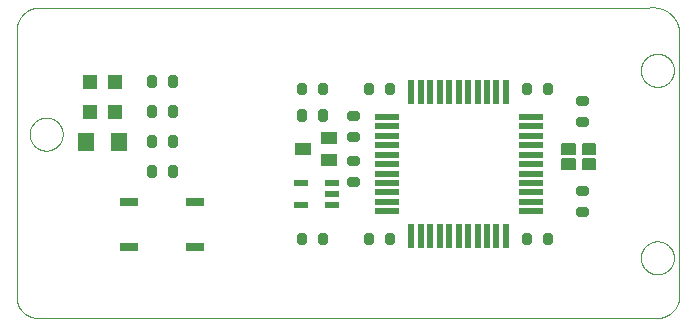
<source format=gtp>
G75*
%MOIN*%
%OFA0B0*%
%FSLAX25Y25*%
%IPPOS*%
%LPD*%
%AMOC8*
5,1,8,0,0,1.08239X$1,22.5*
%
%ADD10C,0.00039*%
%ADD11C,0.00000*%
%ADD12R,0.08268X0.01969*%
%ADD13R,0.01969X0.08268*%
%ADD14C,0.02830*%
%ADD15R,0.04724X0.04724*%
%ADD16R,0.06000X0.03000*%
%ADD17R,0.04724X0.02165*%
%ADD18R,0.05512X0.06299*%
%ADD19C,0.00591*%
%ADD20R,0.05512X0.03937*%
D10*
X0008864Y0047693D02*
X0213274Y0047693D01*
X0213458Y0047665D01*
X0213643Y0047641D01*
X0213828Y0047622D01*
X0214014Y0047608D01*
X0214200Y0047598D01*
X0214386Y0047592D01*
X0214573Y0047591D01*
X0214759Y0047595D01*
X0214945Y0047603D01*
X0215131Y0047615D01*
X0215317Y0047632D01*
X0215502Y0047653D01*
X0215686Y0047679D01*
X0215870Y0047709D01*
X0216053Y0047744D01*
X0216235Y0047783D01*
X0216416Y0047827D01*
X0216596Y0047875D01*
X0216775Y0047927D01*
X0216953Y0047984D01*
X0217129Y0048044D01*
X0217304Y0048109D01*
X0217476Y0048179D01*
X0217648Y0048252D01*
X0217817Y0048330D01*
X0217985Y0048411D01*
X0218150Y0048497D01*
X0218313Y0048587D01*
X0218475Y0048680D01*
X0218633Y0048777D01*
X0218790Y0048879D01*
X0218944Y0048984D01*
X0219095Y0049092D01*
X0219244Y0049205D01*
X0219390Y0049320D01*
X0219533Y0049440D01*
X0219673Y0049562D01*
X0219810Y0049689D01*
X0219944Y0049818D01*
X0220075Y0049950D01*
X0220203Y0050086D01*
X0220327Y0050225D01*
X0220448Y0050367D01*
X0220566Y0050511D01*
X0220680Y0050659D01*
X0220790Y0050809D01*
X0220897Y0050961D01*
X0221000Y0051117D01*
X0221099Y0051274D01*
X0221194Y0051434D01*
X0221286Y0051597D01*
X0221373Y0051761D01*
X0221457Y0051928D01*
X0221536Y0052096D01*
X0221612Y0052267D01*
X0221683Y0052439D01*
X0221750Y0052613D01*
X0221813Y0052788D01*
X0221872Y0052965D01*
X0221926Y0053143D01*
X0221976Y0053323D01*
X0222021Y0053503D01*
X0222063Y0053685D01*
X0222100Y0053868D01*
X0222132Y0054051D01*
X0222132Y0143510D01*
X0222099Y0143724D01*
X0222062Y0143937D01*
X0222018Y0144148D01*
X0221970Y0144359D01*
X0221917Y0144569D01*
X0221859Y0144777D01*
X0221795Y0144984D01*
X0221727Y0145189D01*
X0221654Y0145392D01*
X0221576Y0145594D01*
X0221493Y0145793D01*
X0221405Y0145991D01*
X0221312Y0146186D01*
X0221215Y0146379D01*
X0221113Y0146570D01*
X0221007Y0146758D01*
X0220896Y0146944D01*
X0220781Y0147126D01*
X0220661Y0147306D01*
X0220537Y0147483D01*
X0220408Y0147657D01*
X0220276Y0147828D01*
X0220139Y0147996D01*
X0219999Y0148160D01*
X0219854Y0148321D01*
X0219706Y0148478D01*
X0219554Y0148632D01*
X0219398Y0148781D01*
X0219238Y0148928D01*
X0219076Y0149070D01*
X0218909Y0149208D01*
X0218740Y0149342D01*
X0218567Y0149472D01*
X0218391Y0149598D01*
X0218212Y0149719D01*
X0218031Y0149837D01*
X0217846Y0149949D01*
X0217659Y0150058D01*
X0217469Y0150161D01*
X0217277Y0150260D01*
X0217083Y0150355D01*
X0216886Y0150444D01*
X0216687Y0150529D01*
X0216487Y0150609D01*
X0216284Y0150684D01*
X0216079Y0150755D01*
X0215873Y0150820D01*
X0215666Y0150880D01*
X0215457Y0150936D01*
X0215246Y0150986D01*
X0215035Y0151031D01*
X0214823Y0151071D01*
X0214609Y0151106D01*
X0214395Y0151135D01*
X0214180Y0151160D01*
X0213965Y0151179D01*
X0213749Y0151193D01*
X0213533Y0151202D01*
X0213317Y0151206D01*
X0213101Y0151204D01*
X0212885Y0151198D01*
X0212669Y0151186D01*
X0212453Y0151168D01*
X0212238Y0151146D01*
X0212024Y0151118D01*
X0008864Y0151118D01*
X0008680Y0151116D01*
X0008496Y0151109D01*
X0008313Y0151098D01*
X0008130Y0151082D01*
X0007947Y0151063D01*
X0007765Y0151038D01*
X0007583Y0151009D01*
X0007402Y0150976D01*
X0007222Y0150939D01*
X0007043Y0150897D01*
X0006865Y0150851D01*
X0006689Y0150800D01*
X0006513Y0150746D01*
X0006339Y0150687D01*
X0006166Y0150624D01*
X0005995Y0150556D01*
X0005826Y0150485D01*
X0005658Y0150410D01*
X0005492Y0150330D01*
X0005328Y0150247D01*
X0005167Y0150159D01*
X0005007Y0150068D01*
X0004850Y0149973D01*
X0004695Y0149874D01*
X0004542Y0149771D01*
X0004392Y0149665D01*
X0004245Y0149555D01*
X0004100Y0149442D01*
X0003958Y0149325D01*
X0003819Y0149205D01*
X0003683Y0149081D01*
X0003550Y0148954D01*
X0003420Y0148824D01*
X0003293Y0148691D01*
X0003169Y0148555D01*
X0003049Y0148416D01*
X0002932Y0148274D01*
X0002819Y0148129D01*
X0002709Y0147982D01*
X0002603Y0147832D01*
X0002500Y0147679D01*
X0002401Y0147524D01*
X0002306Y0147367D01*
X0002215Y0147207D01*
X0002127Y0147046D01*
X0002044Y0146882D01*
X0001964Y0146716D01*
X0001889Y0146548D01*
X0001818Y0146379D01*
X0001750Y0146208D01*
X0001687Y0146035D01*
X0001628Y0145861D01*
X0001574Y0145685D01*
X0001523Y0145509D01*
X0001477Y0145331D01*
X0001435Y0145152D01*
X0001398Y0144972D01*
X0001365Y0144791D01*
X0001336Y0144609D01*
X0001311Y0144427D01*
X0001292Y0144244D01*
X0001276Y0144061D01*
X0001265Y0143878D01*
X0001258Y0143694D01*
X0001256Y0143510D01*
X0001256Y0054051D01*
X0001273Y0053880D01*
X0001295Y0053709D01*
X0001321Y0053539D01*
X0001351Y0053370D01*
X0001385Y0053201D01*
X0001423Y0053033D01*
X0001466Y0052866D01*
X0001512Y0052701D01*
X0001563Y0052536D01*
X0001617Y0052373D01*
X0001676Y0052211D01*
X0001738Y0052051D01*
X0001804Y0051892D01*
X0001875Y0051735D01*
X0001949Y0051580D01*
X0002027Y0051426D01*
X0002108Y0051275D01*
X0002194Y0051125D01*
X0002283Y0050978D01*
X0002375Y0050833D01*
X0002471Y0050690D01*
X0002571Y0050550D01*
X0002674Y0050412D01*
X0002780Y0050277D01*
X0002890Y0050144D01*
X0003002Y0050014D01*
X0003118Y0049887D01*
X0003237Y0049763D01*
X0003360Y0049642D01*
X0003485Y0049523D01*
X0003612Y0049408D01*
X0003743Y0049296D01*
X0003877Y0049188D01*
X0004013Y0049082D01*
X0004151Y0048980D01*
X0004292Y0048882D01*
X0004435Y0048786D01*
X0004581Y0048695D01*
X0004729Y0048607D01*
X0004879Y0048523D01*
X0005031Y0048442D01*
X0005185Y0048365D01*
X0005341Y0048292D01*
X0005498Y0048223D01*
X0005658Y0048158D01*
X0005818Y0048096D01*
X0005981Y0048039D01*
X0006144Y0047985D01*
X0006309Y0047936D01*
X0006475Y0047891D01*
X0006642Y0047849D01*
X0006810Y0047812D01*
X0006979Y0047779D01*
X0007149Y0047750D01*
X0007319Y0047726D01*
X0007490Y0047705D01*
X0007661Y0047689D01*
X0007833Y0047677D01*
X0008004Y0047669D01*
X0008177Y0047665D01*
X0008349Y0047666D01*
X0008521Y0047671D01*
X0008692Y0047680D01*
X0008864Y0047693D01*
D11*
X0005588Y0108933D02*
X0005590Y0109081D01*
X0005596Y0109229D01*
X0005606Y0109377D01*
X0005620Y0109524D01*
X0005638Y0109671D01*
X0005659Y0109817D01*
X0005685Y0109963D01*
X0005715Y0110108D01*
X0005748Y0110252D01*
X0005786Y0110395D01*
X0005827Y0110537D01*
X0005872Y0110678D01*
X0005920Y0110818D01*
X0005973Y0110957D01*
X0006029Y0111094D01*
X0006089Y0111229D01*
X0006152Y0111363D01*
X0006219Y0111495D01*
X0006290Y0111625D01*
X0006364Y0111753D01*
X0006441Y0111879D01*
X0006522Y0112003D01*
X0006606Y0112125D01*
X0006693Y0112244D01*
X0006784Y0112361D01*
X0006878Y0112476D01*
X0006974Y0112588D01*
X0007074Y0112698D01*
X0007176Y0112804D01*
X0007282Y0112908D01*
X0007390Y0113009D01*
X0007501Y0113107D01*
X0007614Y0113203D01*
X0007730Y0113295D01*
X0007848Y0113384D01*
X0007969Y0113469D01*
X0008092Y0113552D01*
X0008217Y0113631D01*
X0008344Y0113707D01*
X0008473Y0113779D01*
X0008604Y0113848D01*
X0008737Y0113913D01*
X0008872Y0113974D01*
X0009008Y0114032D01*
X0009145Y0114087D01*
X0009284Y0114137D01*
X0009425Y0114184D01*
X0009566Y0114227D01*
X0009709Y0114267D01*
X0009853Y0114302D01*
X0009997Y0114334D01*
X0010143Y0114361D01*
X0010289Y0114385D01*
X0010436Y0114405D01*
X0010583Y0114421D01*
X0010730Y0114433D01*
X0010878Y0114441D01*
X0011026Y0114445D01*
X0011174Y0114445D01*
X0011322Y0114441D01*
X0011470Y0114433D01*
X0011617Y0114421D01*
X0011764Y0114405D01*
X0011911Y0114385D01*
X0012057Y0114361D01*
X0012203Y0114334D01*
X0012347Y0114302D01*
X0012491Y0114267D01*
X0012634Y0114227D01*
X0012775Y0114184D01*
X0012916Y0114137D01*
X0013055Y0114087D01*
X0013192Y0114032D01*
X0013328Y0113974D01*
X0013463Y0113913D01*
X0013596Y0113848D01*
X0013727Y0113779D01*
X0013856Y0113707D01*
X0013983Y0113631D01*
X0014108Y0113552D01*
X0014231Y0113469D01*
X0014352Y0113384D01*
X0014470Y0113295D01*
X0014586Y0113203D01*
X0014699Y0113107D01*
X0014810Y0113009D01*
X0014918Y0112908D01*
X0015024Y0112804D01*
X0015126Y0112698D01*
X0015226Y0112588D01*
X0015322Y0112476D01*
X0015416Y0112361D01*
X0015507Y0112244D01*
X0015594Y0112125D01*
X0015678Y0112003D01*
X0015759Y0111879D01*
X0015836Y0111753D01*
X0015910Y0111625D01*
X0015981Y0111495D01*
X0016048Y0111363D01*
X0016111Y0111229D01*
X0016171Y0111094D01*
X0016227Y0110957D01*
X0016280Y0110818D01*
X0016328Y0110678D01*
X0016373Y0110537D01*
X0016414Y0110395D01*
X0016452Y0110252D01*
X0016485Y0110108D01*
X0016515Y0109963D01*
X0016541Y0109817D01*
X0016562Y0109671D01*
X0016580Y0109524D01*
X0016594Y0109377D01*
X0016604Y0109229D01*
X0016610Y0109081D01*
X0016612Y0108933D01*
X0016610Y0108785D01*
X0016604Y0108637D01*
X0016594Y0108489D01*
X0016580Y0108342D01*
X0016562Y0108195D01*
X0016541Y0108049D01*
X0016515Y0107903D01*
X0016485Y0107758D01*
X0016452Y0107614D01*
X0016414Y0107471D01*
X0016373Y0107329D01*
X0016328Y0107188D01*
X0016280Y0107048D01*
X0016227Y0106909D01*
X0016171Y0106772D01*
X0016111Y0106637D01*
X0016048Y0106503D01*
X0015981Y0106371D01*
X0015910Y0106241D01*
X0015836Y0106113D01*
X0015759Y0105987D01*
X0015678Y0105863D01*
X0015594Y0105741D01*
X0015507Y0105622D01*
X0015416Y0105505D01*
X0015322Y0105390D01*
X0015226Y0105278D01*
X0015126Y0105168D01*
X0015024Y0105062D01*
X0014918Y0104958D01*
X0014810Y0104857D01*
X0014699Y0104759D01*
X0014586Y0104663D01*
X0014470Y0104571D01*
X0014352Y0104482D01*
X0014231Y0104397D01*
X0014108Y0104314D01*
X0013983Y0104235D01*
X0013856Y0104159D01*
X0013727Y0104087D01*
X0013596Y0104018D01*
X0013463Y0103953D01*
X0013328Y0103892D01*
X0013192Y0103834D01*
X0013055Y0103779D01*
X0012916Y0103729D01*
X0012775Y0103682D01*
X0012634Y0103639D01*
X0012491Y0103599D01*
X0012347Y0103564D01*
X0012203Y0103532D01*
X0012057Y0103505D01*
X0011911Y0103481D01*
X0011764Y0103461D01*
X0011617Y0103445D01*
X0011470Y0103433D01*
X0011322Y0103425D01*
X0011174Y0103421D01*
X0011026Y0103421D01*
X0010878Y0103425D01*
X0010730Y0103433D01*
X0010583Y0103445D01*
X0010436Y0103461D01*
X0010289Y0103481D01*
X0010143Y0103505D01*
X0009997Y0103532D01*
X0009853Y0103564D01*
X0009709Y0103599D01*
X0009566Y0103639D01*
X0009425Y0103682D01*
X0009284Y0103729D01*
X0009145Y0103779D01*
X0009008Y0103834D01*
X0008872Y0103892D01*
X0008737Y0103953D01*
X0008604Y0104018D01*
X0008473Y0104087D01*
X0008344Y0104159D01*
X0008217Y0104235D01*
X0008092Y0104314D01*
X0007969Y0104397D01*
X0007848Y0104482D01*
X0007730Y0104571D01*
X0007614Y0104663D01*
X0007501Y0104759D01*
X0007390Y0104857D01*
X0007282Y0104958D01*
X0007176Y0105062D01*
X0007074Y0105168D01*
X0006974Y0105278D01*
X0006878Y0105390D01*
X0006784Y0105505D01*
X0006693Y0105622D01*
X0006606Y0105741D01*
X0006522Y0105863D01*
X0006441Y0105987D01*
X0006364Y0106113D01*
X0006290Y0106241D01*
X0006219Y0106371D01*
X0006152Y0106503D01*
X0006089Y0106637D01*
X0006029Y0106772D01*
X0005973Y0106909D01*
X0005920Y0107048D01*
X0005872Y0107188D01*
X0005827Y0107329D01*
X0005786Y0107471D01*
X0005748Y0107614D01*
X0005715Y0107758D01*
X0005685Y0107903D01*
X0005659Y0108049D01*
X0005638Y0108195D01*
X0005620Y0108342D01*
X0005606Y0108489D01*
X0005596Y0108637D01*
X0005590Y0108785D01*
X0005588Y0108933D01*
X0209338Y0130183D02*
X0209340Y0130331D01*
X0209346Y0130479D01*
X0209356Y0130627D01*
X0209370Y0130774D01*
X0209388Y0130921D01*
X0209409Y0131067D01*
X0209435Y0131213D01*
X0209465Y0131358D01*
X0209498Y0131502D01*
X0209536Y0131645D01*
X0209577Y0131787D01*
X0209622Y0131928D01*
X0209670Y0132068D01*
X0209723Y0132207D01*
X0209779Y0132344D01*
X0209839Y0132479D01*
X0209902Y0132613D01*
X0209969Y0132745D01*
X0210040Y0132875D01*
X0210114Y0133003D01*
X0210191Y0133129D01*
X0210272Y0133253D01*
X0210356Y0133375D01*
X0210443Y0133494D01*
X0210534Y0133611D01*
X0210628Y0133726D01*
X0210724Y0133838D01*
X0210824Y0133948D01*
X0210926Y0134054D01*
X0211032Y0134158D01*
X0211140Y0134259D01*
X0211251Y0134357D01*
X0211364Y0134453D01*
X0211480Y0134545D01*
X0211598Y0134634D01*
X0211719Y0134719D01*
X0211842Y0134802D01*
X0211967Y0134881D01*
X0212094Y0134957D01*
X0212223Y0135029D01*
X0212354Y0135098D01*
X0212487Y0135163D01*
X0212622Y0135224D01*
X0212758Y0135282D01*
X0212895Y0135337D01*
X0213034Y0135387D01*
X0213175Y0135434D01*
X0213316Y0135477D01*
X0213459Y0135517D01*
X0213603Y0135552D01*
X0213747Y0135584D01*
X0213893Y0135611D01*
X0214039Y0135635D01*
X0214186Y0135655D01*
X0214333Y0135671D01*
X0214480Y0135683D01*
X0214628Y0135691D01*
X0214776Y0135695D01*
X0214924Y0135695D01*
X0215072Y0135691D01*
X0215220Y0135683D01*
X0215367Y0135671D01*
X0215514Y0135655D01*
X0215661Y0135635D01*
X0215807Y0135611D01*
X0215953Y0135584D01*
X0216097Y0135552D01*
X0216241Y0135517D01*
X0216384Y0135477D01*
X0216525Y0135434D01*
X0216666Y0135387D01*
X0216805Y0135337D01*
X0216942Y0135282D01*
X0217078Y0135224D01*
X0217213Y0135163D01*
X0217346Y0135098D01*
X0217477Y0135029D01*
X0217606Y0134957D01*
X0217733Y0134881D01*
X0217858Y0134802D01*
X0217981Y0134719D01*
X0218102Y0134634D01*
X0218220Y0134545D01*
X0218336Y0134453D01*
X0218449Y0134357D01*
X0218560Y0134259D01*
X0218668Y0134158D01*
X0218774Y0134054D01*
X0218876Y0133948D01*
X0218976Y0133838D01*
X0219072Y0133726D01*
X0219166Y0133611D01*
X0219257Y0133494D01*
X0219344Y0133375D01*
X0219428Y0133253D01*
X0219509Y0133129D01*
X0219586Y0133003D01*
X0219660Y0132875D01*
X0219731Y0132745D01*
X0219798Y0132613D01*
X0219861Y0132479D01*
X0219921Y0132344D01*
X0219977Y0132207D01*
X0220030Y0132068D01*
X0220078Y0131928D01*
X0220123Y0131787D01*
X0220164Y0131645D01*
X0220202Y0131502D01*
X0220235Y0131358D01*
X0220265Y0131213D01*
X0220291Y0131067D01*
X0220312Y0130921D01*
X0220330Y0130774D01*
X0220344Y0130627D01*
X0220354Y0130479D01*
X0220360Y0130331D01*
X0220362Y0130183D01*
X0220360Y0130035D01*
X0220354Y0129887D01*
X0220344Y0129739D01*
X0220330Y0129592D01*
X0220312Y0129445D01*
X0220291Y0129299D01*
X0220265Y0129153D01*
X0220235Y0129008D01*
X0220202Y0128864D01*
X0220164Y0128721D01*
X0220123Y0128579D01*
X0220078Y0128438D01*
X0220030Y0128298D01*
X0219977Y0128159D01*
X0219921Y0128022D01*
X0219861Y0127887D01*
X0219798Y0127753D01*
X0219731Y0127621D01*
X0219660Y0127491D01*
X0219586Y0127363D01*
X0219509Y0127237D01*
X0219428Y0127113D01*
X0219344Y0126991D01*
X0219257Y0126872D01*
X0219166Y0126755D01*
X0219072Y0126640D01*
X0218976Y0126528D01*
X0218876Y0126418D01*
X0218774Y0126312D01*
X0218668Y0126208D01*
X0218560Y0126107D01*
X0218449Y0126009D01*
X0218336Y0125913D01*
X0218220Y0125821D01*
X0218102Y0125732D01*
X0217981Y0125647D01*
X0217858Y0125564D01*
X0217733Y0125485D01*
X0217606Y0125409D01*
X0217477Y0125337D01*
X0217346Y0125268D01*
X0217213Y0125203D01*
X0217078Y0125142D01*
X0216942Y0125084D01*
X0216805Y0125029D01*
X0216666Y0124979D01*
X0216525Y0124932D01*
X0216384Y0124889D01*
X0216241Y0124849D01*
X0216097Y0124814D01*
X0215953Y0124782D01*
X0215807Y0124755D01*
X0215661Y0124731D01*
X0215514Y0124711D01*
X0215367Y0124695D01*
X0215220Y0124683D01*
X0215072Y0124675D01*
X0214924Y0124671D01*
X0214776Y0124671D01*
X0214628Y0124675D01*
X0214480Y0124683D01*
X0214333Y0124695D01*
X0214186Y0124711D01*
X0214039Y0124731D01*
X0213893Y0124755D01*
X0213747Y0124782D01*
X0213603Y0124814D01*
X0213459Y0124849D01*
X0213316Y0124889D01*
X0213175Y0124932D01*
X0213034Y0124979D01*
X0212895Y0125029D01*
X0212758Y0125084D01*
X0212622Y0125142D01*
X0212487Y0125203D01*
X0212354Y0125268D01*
X0212223Y0125337D01*
X0212094Y0125409D01*
X0211967Y0125485D01*
X0211842Y0125564D01*
X0211719Y0125647D01*
X0211598Y0125732D01*
X0211480Y0125821D01*
X0211364Y0125913D01*
X0211251Y0126009D01*
X0211140Y0126107D01*
X0211032Y0126208D01*
X0210926Y0126312D01*
X0210824Y0126418D01*
X0210724Y0126528D01*
X0210628Y0126640D01*
X0210534Y0126755D01*
X0210443Y0126872D01*
X0210356Y0126991D01*
X0210272Y0127113D01*
X0210191Y0127237D01*
X0210114Y0127363D01*
X0210040Y0127491D01*
X0209969Y0127621D01*
X0209902Y0127753D01*
X0209839Y0127887D01*
X0209779Y0128022D01*
X0209723Y0128159D01*
X0209670Y0128298D01*
X0209622Y0128438D01*
X0209577Y0128579D01*
X0209536Y0128721D01*
X0209498Y0128864D01*
X0209465Y0129008D01*
X0209435Y0129153D01*
X0209409Y0129299D01*
X0209388Y0129445D01*
X0209370Y0129592D01*
X0209356Y0129739D01*
X0209346Y0129887D01*
X0209340Y0130035D01*
X0209338Y0130183D01*
X0209338Y0067683D02*
X0209340Y0067831D01*
X0209346Y0067979D01*
X0209356Y0068127D01*
X0209370Y0068274D01*
X0209388Y0068421D01*
X0209409Y0068567D01*
X0209435Y0068713D01*
X0209465Y0068858D01*
X0209498Y0069002D01*
X0209536Y0069145D01*
X0209577Y0069287D01*
X0209622Y0069428D01*
X0209670Y0069568D01*
X0209723Y0069707D01*
X0209779Y0069844D01*
X0209839Y0069979D01*
X0209902Y0070113D01*
X0209969Y0070245D01*
X0210040Y0070375D01*
X0210114Y0070503D01*
X0210191Y0070629D01*
X0210272Y0070753D01*
X0210356Y0070875D01*
X0210443Y0070994D01*
X0210534Y0071111D01*
X0210628Y0071226D01*
X0210724Y0071338D01*
X0210824Y0071448D01*
X0210926Y0071554D01*
X0211032Y0071658D01*
X0211140Y0071759D01*
X0211251Y0071857D01*
X0211364Y0071953D01*
X0211480Y0072045D01*
X0211598Y0072134D01*
X0211719Y0072219D01*
X0211842Y0072302D01*
X0211967Y0072381D01*
X0212094Y0072457D01*
X0212223Y0072529D01*
X0212354Y0072598D01*
X0212487Y0072663D01*
X0212622Y0072724D01*
X0212758Y0072782D01*
X0212895Y0072837D01*
X0213034Y0072887D01*
X0213175Y0072934D01*
X0213316Y0072977D01*
X0213459Y0073017D01*
X0213603Y0073052D01*
X0213747Y0073084D01*
X0213893Y0073111D01*
X0214039Y0073135D01*
X0214186Y0073155D01*
X0214333Y0073171D01*
X0214480Y0073183D01*
X0214628Y0073191D01*
X0214776Y0073195D01*
X0214924Y0073195D01*
X0215072Y0073191D01*
X0215220Y0073183D01*
X0215367Y0073171D01*
X0215514Y0073155D01*
X0215661Y0073135D01*
X0215807Y0073111D01*
X0215953Y0073084D01*
X0216097Y0073052D01*
X0216241Y0073017D01*
X0216384Y0072977D01*
X0216525Y0072934D01*
X0216666Y0072887D01*
X0216805Y0072837D01*
X0216942Y0072782D01*
X0217078Y0072724D01*
X0217213Y0072663D01*
X0217346Y0072598D01*
X0217477Y0072529D01*
X0217606Y0072457D01*
X0217733Y0072381D01*
X0217858Y0072302D01*
X0217981Y0072219D01*
X0218102Y0072134D01*
X0218220Y0072045D01*
X0218336Y0071953D01*
X0218449Y0071857D01*
X0218560Y0071759D01*
X0218668Y0071658D01*
X0218774Y0071554D01*
X0218876Y0071448D01*
X0218976Y0071338D01*
X0219072Y0071226D01*
X0219166Y0071111D01*
X0219257Y0070994D01*
X0219344Y0070875D01*
X0219428Y0070753D01*
X0219509Y0070629D01*
X0219586Y0070503D01*
X0219660Y0070375D01*
X0219731Y0070245D01*
X0219798Y0070113D01*
X0219861Y0069979D01*
X0219921Y0069844D01*
X0219977Y0069707D01*
X0220030Y0069568D01*
X0220078Y0069428D01*
X0220123Y0069287D01*
X0220164Y0069145D01*
X0220202Y0069002D01*
X0220235Y0068858D01*
X0220265Y0068713D01*
X0220291Y0068567D01*
X0220312Y0068421D01*
X0220330Y0068274D01*
X0220344Y0068127D01*
X0220354Y0067979D01*
X0220360Y0067831D01*
X0220362Y0067683D01*
X0220360Y0067535D01*
X0220354Y0067387D01*
X0220344Y0067239D01*
X0220330Y0067092D01*
X0220312Y0066945D01*
X0220291Y0066799D01*
X0220265Y0066653D01*
X0220235Y0066508D01*
X0220202Y0066364D01*
X0220164Y0066221D01*
X0220123Y0066079D01*
X0220078Y0065938D01*
X0220030Y0065798D01*
X0219977Y0065659D01*
X0219921Y0065522D01*
X0219861Y0065387D01*
X0219798Y0065253D01*
X0219731Y0065121D01*
X0219660Y0064991D01*
X0219586Y0064863D01*
X0219509Y0064737D01*
X0219428Y0064613D01*
X0219344Y0064491D01*
X0219257Y0064372D01*
X0219166Y0064255D01*
X0219072Y0064140D01*
X0218976Y0064028D01*
X0218876Y0063918D01*
X0218774Y0063812D01*
X0218668Y0063708D01*
X0218560Y0063607D01*
X0218449Y0063509D01*
X0218336Y0063413D01*
X0218220Y0063321D01*
X0218102Y0063232D01*
X0217981Y0063147D01*
X0217858Y0063064D01*
X0217733Y0062985D01*
X0217606Y0062909D01*
X0217477Y0062837D01*
X0217346Y0062768D01*
X0217213Y0062703D01*
X0217078Y0062642D01*
X0216942Y0062584D01*
X0216805Y0062529D01*
X0216666Y0062479D01*
X0216525Y0062432D01*
X0216384Y0062389D01*
X0216241Y0062349D01*
X0216097Y0062314D01*
X0215953Y0062282D01*
X0215807Y0062255D01*
X0215661Y0062231D01*
X0215514Y0062211D01*
X0215367Y0062195D01*
X0215220Y0062183D01*
X0215072Y0062175D01*
X0214924Y0062171D01*
X0214776Y0062171D01*
X0214628Y0062175D01*
X0214480Y0062183D01*
X0214333Y0062195D01*
X0214186Y0062211D01*
X0214039Y0062231D01*
X0213893Y0062255D01*
X0213747Y0062282D01*
X0213603Y0062314D01*
X0213459Y0062349D01*
X0213316Y0062389D01*
X0213175Y0062432D01*
X0213034Y0062479D01*
X0212895Y0062529D01*
X0212758Y0062584D01*
X0212622Y0062642D01*
X0212487Y0062703D01*
X0212354Y0062768D01*
X0212223Y0062837D01*
X0212094Y0062909D01*
X0211967Y0062985D01*
X0211842Y0063064D01*
X0211719Y0063147D01*
X0211598Y0063232D01*
X0211480Y0063321D01*
X0211364Y0063413D01*
X0211251Y0063509D01*
X0211140Y0063607D01*
X0211032Y0063708D01*
X0210926Y0063812D01*
X0210824Y0063918D01*
X0210724Y0064028D01*
X0210628Y0064140D01*
X0210534Y0064255D01*
X0210443Y0064372D01*
X0210356Y0064491D01*
X0210272Y0064613D01*
X0210191Y0064737D01*
X0210114Y0064863D01*
X0210040Y0064991D01*
X0209969Y0065121D01*
X0209902Y0065253D01*
X0209839Y0065387D01*
X0209779Y0065522D01*
X0209723Y0065659D01*
X0209670Y0065798D01*
X0209622Y0065938D01*
X0209577Y0066079D01*
X0209536Y0066221D01*
X0209498Y0066364D01*
X0209465Y0066508D01*
X0209435Y0066653D01*
X0209409Y0066799D01*
X0209388Y0066945D01*
X0209370Y0067092D01*
X0209356Y0067239D01*
X0209346Y0067387D01*
X0209340Y0067535D01*
X0209338Y0067683D01*
D12*
X0172616Y0083185D03*
X0172616Y0086335D03*
X0172616Y0089484D03*
X0172616Y0092634D03*
X0172616Y0095783D03*
X0172616Y0098933D03*
X0172616Y0102083D03*
X0172616Y0105232D03*
X0172616Y0108382D03*
X0172616Y0111531D03*
X0172616Y0114681D03*
X0124585Y0114681D03*
X0124585Y0111531D03*
X0124585Y0108382D03*
X0124585Y0105232D03*
X0124585Y0102083D03*
X0124585Y0098933D03*
X0124585Y0095783D03*
X0124585Y0092634D03*
X0124585Y0089484D03*
X0124585Y0086335D03*
X0124585Y0083185D03*
D13*
X0132852Y0074917D03*
X0136002Y0074917D03*
X0139152Y0074917D03*
X0142301Y0074917D03*
X0145451Y0074917D03*
X0148600Y0074917D03*
X0151750Y0074917D03*
X0154900Y0074917D03*
X0158049Y0074917D03*
X0161199Y0074917D03*
X0164348Y0074917D03*
X0164348Y0122949D03*
X0161199Y0122949D03*
X0158049Y0122949D03*
X0154900Y0122949D03*
X0151750Y0122949D03*
X0148600Y0122949D03*
X0145451Y0122949D03*
X0142301Y0122949D03*
X0139152Y0122949D03*
X0136002Y0122949D03*
X0132852Y0122949D03*
D14*
X0125497Y0123183D02*
X0125497Y0124683D01*
X0126203Y0124683D01*
X0126203Y0123183D01*
X0125497Y0123183D01*
X0118497Y0123183D02*
X0118497Y0124683D01*
X0119203Y0124683D01*
X0119203Y0123183D01*
X0118497Y0123183D01*
X0103703Y0123183D02*
X0103703Y0124683D01*
X0103703Y0123183D02*
X0102997Y0123183D01*
X0102997Y0124683D01*
X0103703Y0124683D01*
X0096703Y0124683D02*
X0096703Y0123183D01*
X0095997Y0123183D01*
X0095997Y0124683D01*
X0096703Y0124683D01*
X0096703Y0114433D02*
X0095997Y0114433D01*
X0095997Y0115933D01*
X0096703Y0115933D01*
X0096703Y0114433D01*
X0102997Y0114433D02*
X0103703Y0114433D01*
X0102997Y0114433D02*
X0102997Y0115933D01*
X0103703Y0115933D01*
X0103703Y0114433D01*
X0114350Y0114580D02*
X0114350Y0115286D01*
X0114350Y0114580D02*
X0112850Y0114580D01*
X0112850Y0115286D01*
X0114350Y0115286D01*
X0114350Y0108286D02*
X0114350Y0107580D01*
X0112850Y0107580D01*
X0112850Y0108286D01*
X0114350Y0108286D01*
X0114350Y0100286D02*
X0114350Y0099580D01*
X0112850Y0099580D01*
X0112850Y0100286D01*
X0114350Y0100286D01*
X0114350Y0093286D02*
X0114350Y0092580D01*
X0112850Y0092580D01*
X0112850Y0093286D01*
X0114350Y0093286D01*
X0118497Y0074683D02*
X0118497Y0073183D01*
X0118497Y0074683D02*
X0119203Y0074683D01*
X0119203Y0073183D01*
X0118497Y0073183D01*
X0125497Y0073183D02*
X0125497Y0074683D01*
X0126203Y0074683D01*
X0126203Y0073183D01*
X0125497Y0073183D01*
X0103703Y0073183D02*
X0103703Y0074683D01*
X0103703Y0073183D02*
X0102997Y0073183D01*
X0102997Y0074683D01*
X0103703Y0074683D01*
X0096703Y0074683D02*
X0096703Y0073183D01*
X0095997Y0073183D01*
X0095997Y0074683D01*
X0096703Y0074683D01*
X0053703Y0095683D02*
X0052997Y0095683D01*
X0052997Y0097183D01*
X0053703Y0097183D01*
X0053703Y0095683D01*
X0046703Y0095683D02*
X0045997Y0095683D01*
X0045997Y0097183D01*
X0046703Y0097183D01*
X0046703Y0095683D01*
X0046703Y0105683D02*
X0045997Y0105683D01*
X0045997Y0107183D01*
X0046703Y0107183D01*
X0046703Y0105683D01*
X0052997Y0105683D02*
X0053703Y0105683D01*
X0052997Y0105683D02*
X0052997Y0107183D01*
X0053703Y0107183D01*
X0053703Y0105683D01*
X0053703Y0115683D02*
X0052997Y0115683D01*
X0052997Y0117183D01*
X0053703Y0117183D01*
X0053703Y0115683D01*
X0046703Y0115683D02*
X0045997Y0115683D01*
X0045997Y0117183D01*
X0046703Y0117183D01*
X0046703Y0115683D01*
X0046703Y0125683D02*
X0045997Y0125683D01*
X0045997Y0127183D01*
X0046703Y0127183D01*
X0046703Y0125683D01*
X0052997Y0125683D02*
X0053703Y0125683D01*
X0052997Y0125683D02*
X0052997Y0127183D01*
X0053703Y0127183D01*
X0053703Y0125683D01*
X0171703Y0124683D02*
X0171703Y0123183D01*
X0170997Y0123183D01*
X0170997Y0124683D01*
X0171703Y0124683D01*
X0178703Y0124683D02*
X0178703Y0123183D01*
X0177997Y0123183D01*
X0177997Y0124683D01*
X0178703Y0124683D01*
X0189100Y0120286D02*
X0190600Y0120286D01*
X0190600Y0119580D01*
X0189100Y0119580D01*
X0189100Y0120286D01*
X0189100Y0113286D02*
X0190600Y0113286D01*
X0190600Y0112580D01*
X0189100Y0112580D01*
X0189100Y0113286D01*
X0189100Y0089580D02*
X0190600Y0089580D01*
X0189100Y0089580D02*
X0189100Y0090286D01*
X0190600Y0090286D01*
X0190600Y0089580D01*
X0190600Y0082580D02*
X0189100Y0082580D01*
X0189100Y0083286D01*
X0190600Y0083286D01*
X0190600Y0082580D01*
X0178703Y0074683D02*
X0178703Y0073183D01*
X0177997Y0073183D01*
X0177997Y0074683D01*
X0178703Y0074683D01*
X0171703Y0074683D02*
X0171703Y0073183D01*
X0170997Y0073183D01*
X0170997Y0074683D01*
X0171703Y0074683D01*
D15*
X0033984Y0116433D03*
X0025717Y0116433D03*
X0025717Y0126433D03*
X0033984Y0126433D03*
D16*
X0038850Y0086433D03*
X0060850Y0086433D03*
X0060850Y0071433D03*
X0038850Y0071433D03*
D17*
X0095982Y0085193D03*
X0106219Y0085193D03*
X0106219Y0088933D03*
X0106219Y0092673D03*
X0095982Y0092673D03*
D18*
X0035362Y0106433D03*
X0024339Y0106433D03*
D19*
X0183187Y0102319D02*
X0187321Y0102319D01*
X0183187Y0102319D02*
X0183187Y0105665D01*
X0187321Y0105665D01*
X0187321Y0102319D01*
X0187321Y0102909D02*
X0183187Y0102909D01*
X0183187Y0103499D02*
X0187321Y0103499D01*
X0187321Y0104089D02*
X0183187Y0104089D01*
X0183187Y0104679D02*
X0187321Y0104679D01*
X0187321Y0105269D02*
X0183187Y0105269D01*
X0189880Y0102319D02*
X0194014Y0102319D01*
X0189880Y0102319D02*
X0189880Y0105665D01*
X0194014Y0105665D01*
X0194014Y0102319D01*
X0194014Y0102909D02*
X0189880Y0102909D01*
X0189880Y0103499D02*
X0194014Y0103499D01*
X0194014Y0104089D02*
X0189880Y0104089D01*
X0189880Y0104679D02*
X0194014Y0104679D01*
X0194014Y0105269D02*
X0189880Y0105269D01*
X0189880Y0097201D02*
X0194014Y0097201D01*
X0189880Y0097201D02*
X0189880Y0100547D01*
X0194014Y0100547D01*
X0194014Y0097201D01*
X0194014Y0097791D02*
X0189880Y0097791D01*
X0189880Y0098381D02*
X0194014Y0098381D01*
X0194014Y0098971D02*
X0189880Y0098971D01*
X0189880Y0099561D02*
X0194014Y0099561D01*
X0194014Y0100151D02*
X0189880Y0100151D01*
X0187321Y0097201D02*
X0183187Y0097201D01*
X0183187Y0100547D01*
X0187321Y0100547D01*
X0187321Y0097201D01*
X0187321Y0097791D02*
X0183187Y0097791D01*
X0183187Y0098381D02*
X0187321Y0098381D01*
X0187321Y0098971D02*
X0183187Y0098971D01*
X0183187Y0099561D02*
X0187321Y0099561D01*
X0187321Y0100151D02*
X0183187Y0100151D01*
D20*
X0105431Y0100193D03*
X0096770Y0103933D03*
X0105431Y0107673D03*
M02*

</source>
